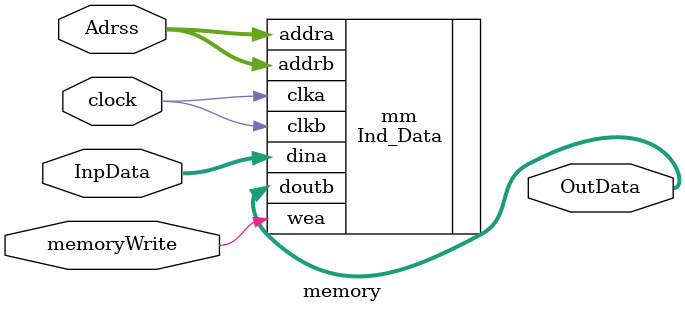
<source format=v>
`timescale 1ns / 1ps
module memory(clock,memoryWrite,Adrss,InpData,OutData);
	 input clock,memoryWrite;
    input  [11:0] Adrss;
	 input  [15:0] InpData;
    output [15:0] OutData;
	 
Ind_Data mm(
  .clka(clock), // input clka
  .wea(memoryWrite), // input [0 : 0] wea
  .addra(Adrss), // input [11 : 0] addra
  .dina(InpData), // input [15 : 0] dina
  .clkb(clock), // input clkb
  .addrb(Adrss), // input [11 : 0] addrb
  .doutb(OutData) // output [15 : 0] doutb
);

endmodule

</source>
